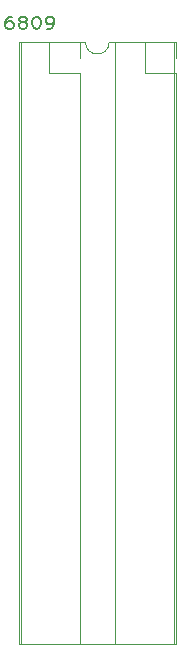
<source format=gbr>
G04 #@! TF.GenerationSoftware,KiCad,Pcbnew,(5.1.5-0-10_14)*
G04 #@! TF.CreationDate,2021-04-13T14:10:52+02:00*
G04 #@! TF.ProjectId,UUT_Cable_Header,5555545f-4361-4626-9c65-5f4865616465,rev?*
G04 #@! TF.SameCoordinates,Original*
G04 #@! TF.FileFunction,Legend,Top*
G04 #@! TF.FilePolarity,Positive*
%FSLAX46Y46*%
G04 Gerber Fmt 4.6, Leading zero omitted, Abs format (unit mm)*
G04 Created by KiCad (PCBNEW (5.1.5-0-10_14)) date 2021-04-13 14:10:52*
%MOMM*%
%LPD*%
G04 APERTURE LIST*
%ADD10C,0.200000*%
%ADD11C,0.120000*%
G04 APERTURE END LIST*
D10*
X122466285Y-54443380D02*
X122237714Y-54443380D01*
X122123428Y-54491000D01*
X122066285Y-54538619D01*
X121952000Y-54681476D01*
X121894857Y-54871952D01*
X121894857Y-55252904D01*
X121952000Y-55348142D01*
X122009142Y-55395761D01*
X122123428Y-55443380D01*
X122352000Y-55443380D01*
X122466285Y-55395761D01*
X122523428Y-55348142D01*
X122580571Y-55252904D01*
X122580571Y-55014809D01*
X122523428Y-54919571D01*
X122466285Y-54871952D01*
X122352000Y-54824333D01*
X122123428Y-54824333D01*
X122009142Y-54871952D01*
X121952000Y-54919571D01*
X121894857Y-55014809D01*
X123266285Y-54871952D02*
X123152000Y-54824333D01*
X123094857Y-54776714D01*
X123037714Y-54681476D01*
X123037714Y-54633857D01*
X123094857Y-54538619D01*
X123152000Y-54491000D01*
X123266285Y-54443380D01*
X123494857Y-54443380D01*
X123609142Y-54491000D01*
X123666285Y-54538619D01*
X123723428Y-54633857D01*
X123723428Y-54681476D01*
X123666285Y-54776714D01*
X123609142Y-54824333D01*
X123494857Y-54871952D01*
X123266285Y-54871952D01*
X123152000Y-54919571D01*
X123094857Y-54967190D01*
X123037714Y-55062428D01*
X123037714Y-55252904D01*
X123094857Y-55348142D01*
X123152000Y-55395761D01*
X123266285Y-55443380D01*
X123494857Y-55443380D01*
X123609142Y-55395761D01*
X123666285Y-55348142D01*
X123723428Y-55252904D01*
X123723428Y-55062428D01*
X123666285Y-54967190D01*
X123609142Y-54919571D01*
X123494857Y-54871952D01*
X124466285Y-54443380D02*
X124580571Y-54443380D01*
X124694857Y-54491000D01*
X124752000Y-54538619D01*
X124809142Y-54633857D01*
X124866285Y-54824333D01*
X124866285Y-55062428D01*
X124809142Y-55252904D01*
X124752000Y-55348142D01*
X124694857Y-55395761D01*
X124580571Y-55443380D01*
X124466285Y-55443380D01*
X124352000Y-55395761D01*
X124294857Y-55348142D01*
X124237714Y-55252904D01*
X124180571Y-55062428D01*
X124180571Y-54824333D01*
X124237714Y-54633857D01*
X124294857Y-54538619D01*
X124352000Y-54491000D01*
X124466285Y-54443380D01*
X125437714Y-55443380D02*
X125666285Y-55443380D01*
X125780571Y-55395761D01*
X125837714Y-55348142D01*
X125952000Y-55205285D01*
X126009142Y-55014809D01*
X126009142Y-54633857D01*
X125952000Y-54538619D01*
X125894857Y-54491000D01*
X125780571Y-54443380D01*
X125552000Y-54443380D01*
X125437714Y-54491000D01*
X125380571Y-54538619D01*
X125323428Y-54633857D01*
X125323428Y-54871952D01*
X125380571Y-54967190D01*
X125437714Y-55014809D01*
X125552000Y-55062428D01*
X125780571Y-55062428D01*
X125894857Y-55014809D01*
X125952000Y-54967190D01*
X126009142Y-54871952D01*
D11*
X136127000Y-56582000D02*
X130667000Y-56582000D01*
X136127000Y-107502000D02*
X136127000Y-56582000D01*
X123207000Y-107502000D02*
X136127000Y-107502000D01*
X123207000Y-56582000D02*
X123207000Y-107502000D01*
X128667000Y-56582000D02*
X123207000Y-56582000D01*
X130667000Y-56582000D02*
G75*
G02X128667000Y-56582000I-1000000J0D01*
G01*
X123003000Y-56582000D02*
X125603000Y-56582000D01*
X123003000Y-56582000D02*
X123003000Y-107502000D01*
X123003000Y-107502000D02*
X128203000Y-107502000D01*
X128203000Y-59182000D02*
X128203000Y-107502000D01*
X125603000Y-59182000D02*
X128203000Y-59182000D01*
X125603000Y-56582000D02*
X125603000Y-59182000D01*
X128203000Y-56582000D02*
X128203000Y-57912000D01*
X126873000Y-56582000D02*
X128203000Y-56582000D01*
X135001000Y-56582000D02*
X136331000Y-56582000D01*
X136331000Y-56582000D02*
X136331000Y-57912000D01*
X133731000Y-56582000D02*
X133731000Y-59182000D01*
X133731000Y-59182000D02*
X136331000Y-59182000D01*
X136331000Y-59182000D02*
X136331000Y-107502000D01*
X131131000Y-107502000D02*
X136331000Y-107502000D01*
X131131000Y-56582000D02*
X131131000Y-107502000D01*
X131131000Y-56582000D02*
X133731000Y-56582000D01*
M02*

</source>
